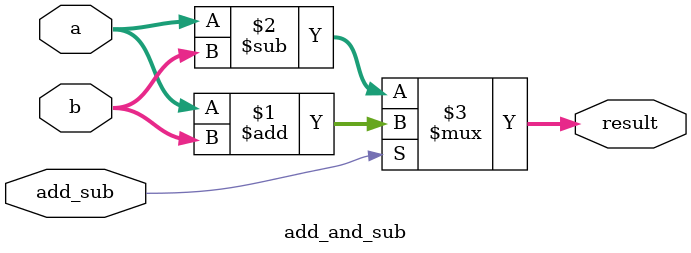
<source format=v>
module add_and_sub(
    input [7:0] a,
    input [7:0] b,
    input add_sub, // 1 for add, 0 for subtract
    output [7:0] result
);
    assign result = add_sub ? (a + b) : (a - b);
endmodule
</source>
